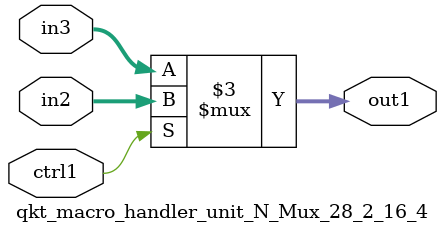
<source format=v>

`timescale 1ps / 1ps


module qkt_macro_handler_unit_N_Mux_28_2_16_4( in3, in2, ctrl1, out1 );

    input [27:0] in3;
    input [27:0] in2;
    input ctrl1;
    output [27:0] out1;
    reg [27:0] out1;

    
    // rtl_process:qkt_macro_handler_unit_N_Mux_28_2_16_4/qkt_macro_handler_unit_N_Mux_28_2_16_4_thread_1
    always @*
      begin : qkt_macro_handler_unit_N_Mux_28_2_16_4_thread_1
        case (ctrl1) 
          1'b1: 
            begin
              out1 = in2;
            end
          default: 
            begin
              out1 = in3;
            end
        endcase
      end

endmodule



</source>
